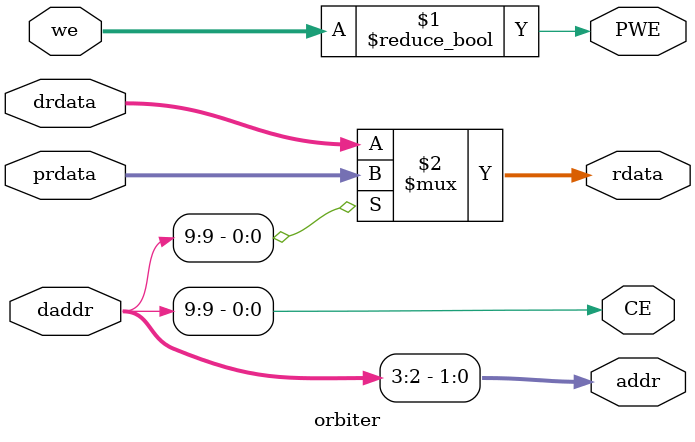
<source format=v>
`timescale 1ns / 1ps
module orbiter(
    input [31:0] drdata,
    input [31:0] prdata,
    input [31:0] daddr,
    output CE,
    output PWE,
	 output [1:0] addr,
    input [3:0] we,
    output [31:0] rdata
    );
	
	assign CE = daddr[9];
	assign PWE = (we!= 4'b0000);
	assign addr = daddr[3:2];

	assign rdata = CE ? prdata : drdata;
endmodule

</source>
